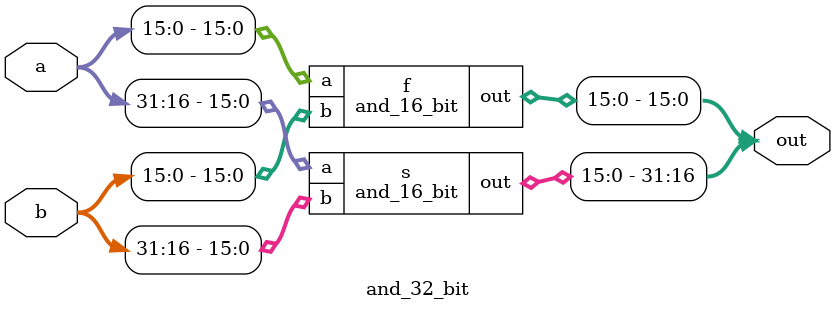
<source format=v>
module and_2_bit(out, a, b);
input [1:0] a, b;
output [1:0] out;

and f(out[0], a[0], b[0]),
    s(out[1], a[1], b[1]);
endmodule

module and_4_bit(out, a, b);
input [3:0] a, b;
output [3:0] out;

and_2_bit f(out[1:0], a[1:0], b[1:0]),
          s(out[3:2], a[3:2], b[3:2]);
endmodule

module and_8_bit(out, a, b);
input [7:0] a, b;
output [7:0] out;

and_4_bit f(out[3:0], a[3:0], b[3:0]),
          s(out[7:4], a[7:4], b[7:4]);
endmodule

module and_16_bit(out, a, b);
input [15:0] a, b;
output [15:0] out;

and_8_bit f(out[7:0], a[7:0], b[7:0]),
          s(out[15:8], a[15:8], b[15:8]);
endmodule

module and_32_bit(out, a, b);
input [31:0] a, b;
output [31:0] out;

and_16_bit f(out[15:0], a[15:0], b[15:0]),
          s(out[31:16], a[31:16], b[31:16]);
endmodule




</source>
